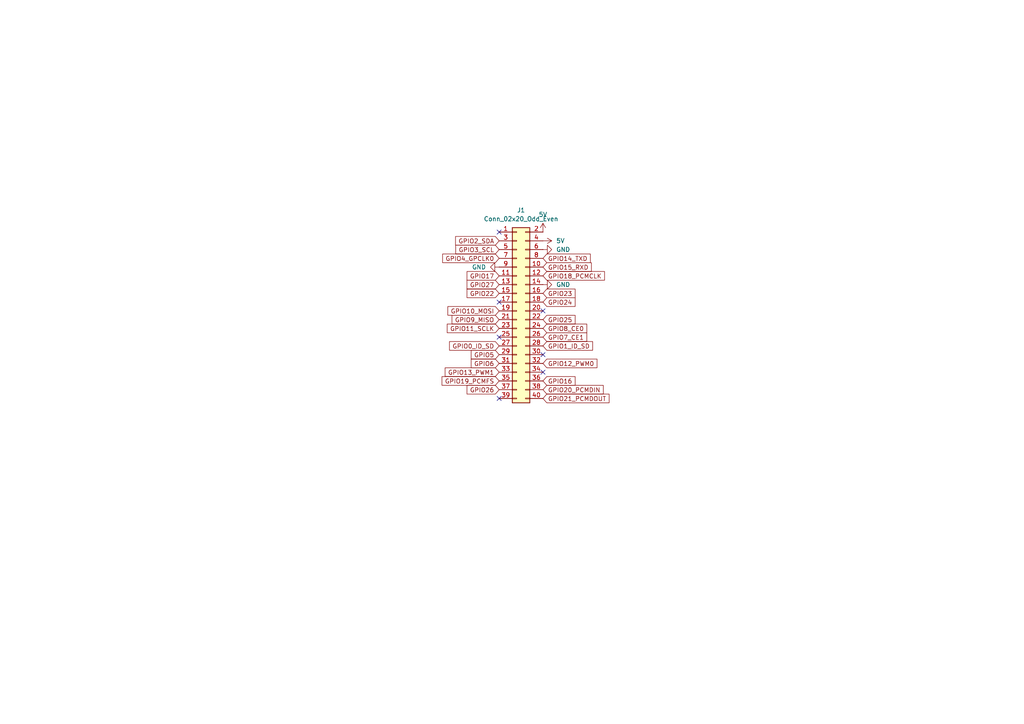
<source format=kicad_sch>
(kicad_sch
	(version 20231120)
	(generator "eeschema")
	(generator_version "8.0")
	(uuid "c645e7a0-3171-4846-a30a-5a958c024d13")
	(paper "A4")
	(lib_symbols
		(symbol "Connector_Generic:Conn_02x20_Odd_Even"
			(pin_names
				(offset 1.016) hide)
			(exclude_from_sim no)
			(in_bom yes)
			(on_board yes)
			(property "Reference" "J"
				(at 1.27 25.4 0)
				(effects
					(font
						(size 1.27 1.27)
					)
				)
			)
			(property "Value" "Conn_02x20_Odd_Even"
				(at 1.27 -27.94 0)
				(effects
					(font
						(size 1.27 1.27)
					)
				)
			)
			(property "Footprint" ""
				(at 0 0 0)
				(effects
					(font
						(size 1.27 1.27)
					)
					(hide yes)
				)
			)
			(property "Datasheet" "~"
				(at 0 0 0)
				(effects
					(font
						(size 1.27 1.27)
					)
					(hide yes)
				)
			)
			(property "Description" "Generic connector, double row, 02x20, odd/even pin numbering scheme (row 1 odd numbers, row 2 even numbers), script generated (kicad-library-utils/schlib/autogen/connector/)"
				(at 0 0 0)
				(effects
					(font
						(size 1.27 1.27)
					)
					(hide yes)
				)
			)
			(property "ki_keywords" "connector"
				(at 0 0 0)
				(effects
					(font
						(size 1.27 1.27)
					)
					(hide yes)
				)
			)
			(property "ki_fp_filters" "Connector*:*_2x??_*"
				(at 0 0 0)
				(effects
					(font
						(size 1.27 1.27)
					)
					(hide yes)
				)
			)
			(symbol "Conn_02x20_Odd_Even_1_1"
				(rectangle
					(start -1.27 -25.273)
					(end 0 -25.527)
					(stroke
						(width 0.1524)
						(type default)
					)
					(fill
						(type none)
					)
				)
				(rectangle
					(start -1.27 -22.733)
					(end 0 -22.987)
					(stroke
						(width 0.1524)
						(type default)
					)
					(fill
						(type none)
					)
				)
				(rectangle
					(start -1.27 -20.193)
					(end 0 -20.447)
					(stroke
						(width 0.1524)
						(type default)
					)
					(fill
						(type none)
					)
				)
				(rectangle
					(start -1.27 -17.653)
					(end 0 -17.907)
					(stroke
						(width 0.1524)
						(type default)
					)
					(fill
						(type none)
					)
				)
				(rectangle
					(start -1.27 -15.113)
					(end 0 -15.367)
					(stroke
						(width 0.1524)
						(type default)
					)
					(fill
						(type none)
					)
				)
				(rectangle
					(start -1.27 -12.573)
					(end 0 -12.827)
					(stroke
						(width 0.1524)
						(type default)
					)
					(fill
						(type none)
					)
				)
				(rectangle
					(start -1.27 -10.033)
					(end 0 -10.287)
					(stroke
						(width 0.1524)
						(type default)
					)
					(fill
						(type none)
					)
				)
				(rectangle
					(start -1.27 -7.493)
					(end 0 -7.747)
					(stroke
						(width 0.1524)
						(type default)
					)
					(fill
						(type none)
					)
				)
				(rectangle
					(start -1.27 -4.953)
					(end 0 -5.207)
					(stroke
						(width 0.1524)
						(type default)
					)
					(fill
						(type none)
					)
				)
				(rectangle
					(start -1.27 -2.413)
					(end 0 -2.667)
					(stroke
						(width 0.1524)
						(type default)
					)
					(fill
						(type none)
					)
				)
				(rectangle
					(start -1.27 0.127)
					(end 0 -0.127)
					(stroke
						(width 0.1524)
						(type default)
					)
					(fill
						(type none)
					)
				)
				(rectangle
					(start -1.27 2.667)
					(end 0 2.413)
					(stroke
						(width 0.1524)
						(type default)
					)
					(fill
						(type none)
					)
				)
				(rectangle
					(start -1.27 5.207)
					(end 0 4.953)
					(stroke
						(width 0.1524)
						(type default)
					)
					(fill
						(type none)
					)
				)
				(rectangle
					(start -1.27 7.747)
					(end 0 7.493)
					(stroke
						(width 0.1524)
						(type default)
					)
					(fill
						(type none)
					)
				)
				(rectangle
					(start -1.27 10.287)
					(end 0 10.033)
					(stroke
						(width 0.1524)
						(type default)
					)
					(fill
						(type none)
					)
				)
				(rectangle
					(start -1.27 12.827)
					(end 0 12.573)
					(stroke
						(width 0.1524)
						(type default)
					)
					(fill
						(type none)
					)
				)
				(rectangle
					(start -1.27 15.367)
					(end 0 15.113)
					(stroke
						(width 0.1524)
						(type default)
					)
					(fill
						(type none)
					)
				)
				(rectangle
					(start -1.27 17.907)
					(end 0 17.653)
					(stroke
						(width 0.1524)
						(type default)
					)
					(fill
						(type none)
					)
				)
				(rectangle
					(start -1.27 20.447)
					(end 0 20.193)
					(stroke
						(width 0.1524)
						(type default)
					)
					(fill
						(type none)
					)
				)
				(rectangle
					(start -1.27 22.987)
					(end 0 22.733)
					(stroke
						(width 0.1524)
						(type default)
					)
					(fill
						(type none)
					)
				)
				(rectangle
					(start -1.27 24.13)
					(end 3.81 -26.67)
					(stroke
						(width 0.254)
						(type default)
					)
					(fill
						(type background)
					)
				)
				(rectangle
					(start 3.81 -25.273)
					(end 2.54 -25.527)
					(stroke
						(width 0.1524)
						(type default)
					)
					(fill
						(type none)
					)
				)
				(rectangle
					(start 3.81 -22.733)
					(end 2.54 -22.987)
					(stroke
						(width 0.1524)
						(type default)
					)
					(fill
						(type none)
					)
				)
				(rectangle
					(start 3.81 -20.193)
					(end 2.54 -20.447)
					(stroke
						(width 0.1524)
						(type default)
					)
					(fill
						(type none)
					)
				)
				(rectangle
					(start 3.81 -17.653)
					(end 2.54 -17.907)
					(stroke
						(width 0.1524)
						(type default)
					)
					(fill
						(type none)
					)
				)
				(rectangle
					(start 3.81 -15.113)
					(end 2.54 -15.367)
					(stroke
						(width 0.1524)
						(type default)
					)
					(fill
						(type none)
					)
				)
				(rectangle
					(start 3.81 -12.573)
					(end 2.54 -12.827)
					(stroke
						(width 0.1524)
						(type default)
					)
					(fill
						(type none)
					)
				)
				(rectangle
					(start 3.81 -10.033)
					(end 2.54 -10.287)
					(stroke
						(width 0.1524)
						(type default)
					)
					(fill
						(type none)
					)
				)
				(rectangle
					(start 3.81 -7.493)
					(end 2.54 -7.747)
					(stroke
						(width 0.1524)
						(type default)
					)
					(fill
						(type none)
					)
				)
				(rectangle
					(start 3.81 -4.953)
					(end 2.54 -5.207)
					(stroke
						(width 0.1524)
						(type default)
					)
					(fill
						(type none)
					)
				)
				(rectangle
					(start 3.81 -2.413)
					(end 2.54 -2.667)
					(stroke
						(width 0.1524)
						(type default)
					)
					(fill
						(type none)
					)
				)
				(rectangle
					(start 3.81 0.127)
					(end 2.54 -0.127)
					(stroke
						(width 0.1524)
						(type default)
					)
					(fill
						(type none)
					)
				)
				(rectangle
					(start 3.81 2.667)
					(end 2.54 2.413)
					(stroke
						(width 0.1524)
						(type default)
					)
					(fill
						(type none)
					)
				)
				(rectangle
					(start 3.81 5.207)
					(end 2.54 4.953)
					(stroke
						(width 0.1524)
						(type default)
					)
					(fill
						(type none)
					)
				)
				(rectangle
					(start 3.81 7.747)
					(end 2.54 7.493)
					(stroke
						(width 0.1524)
						(type default)
					)
					(fill
						(type none)
					)
				)
				(rectangle
					(start 3.81 10.287)
					(end 2.54 10.033)
					(stroke
						(width 0.1524)
						(type default)
					)
					(fill
						(type none)
					)
				)
				(rectangle
					(start 3.81 12.827)
					(end 2.54 12.573)
					(stroke
						(width 0.1524)
						(type default)
					)
					(fill
						(type none)
					)
				)
				(rectangle
					(start 3.81 15.367)
					(end 2.54 15.113)
					(stroke
						(width 0.1524)
						(type default)
					)
					(fill
						(type none)
					)
				)
				(rectangle
					(start 3.81 17.907)
					(end 2.54 17.653)
					(stroke
						(width 0.1524)
						(type default)
					)
					(fill
						(type none)
					)
				)
				(rectangle
					(start 3.81 20.447)
					(end 2.54 20.193)
					(stroke
						(width 0.1524)
						(type default)
					)
					(fill
						(type none)
					)
				)
				(rectangle
					(start 3.81 22.987)
					(end 2.54 22.733)
					(stroke
						(width 0.1524)
						(type default)
					)
					(fill
						(type none)
					)
				)
				(pin passive line
					(at -5.08 22.86 0)
					(length 3.81)
					(name "Pin_1"
						(effects
							(font
								(size 1.27 1.27)
							)
						)
					)
					(number "1"
						(effects
							(font
								(size 1.27 1.27)
							)
						)
					)
				)
				(pin passive line
					(at 7.62 12.7 180)
					(length 3.81)
					(name "Pin_10"
						(effects
							(font
								(size 1.27 1.27)
							)
						)
					)
					(number "10"
						(effects
							(font
								(size 1.27 1.27)
							)
						)
					)
				)
				(pin passive line
					(at -5.08 10.16 0)
					(length 3.81)
					(name "Pin_11"
						(effects
							(font
								(size 1.27 1.27)
							)
						)
					)
					(number "11"
						(effects
							(font
								(size 1.27 1.27)
							)
						)
					)
				)
				(pin passive line
					(at 7.62 10.16 180)
					(length 3.81)
					(name "Pin_12"
						(effects
							(font
								(size 1.27 1.27)
							)
						)
					)
					(number "12"
						(effects
							(font
								(size 1.27 1.27)
							)
						)
					)
				)
				(pin passive line
					(at -5.08 7.62 0)
					(length 3.81)
					(name "Pin_13"
						(effects
							(font
								(size 1.27 1.27)
							)
						)
					)
					(number "13"
						(effects
							(font
								(size 1.27 1.27)
							)
						)
					)
				)
				(pin passive line
					(at 7.62 7.62 180)
					(length 3.81)
					(name "Pin_14"
						(effects
							(font
								(size 1.27 1.27)
							)
						)
					)
					(number "14"
						(effects
							(font
								(size 1.27 1.27)
							)
						)
					)
				)
				(pin passive line
					(at -5.08 5.08 0)
					(length 3.81)
					(name "Pin_15"
						(effects
							(font
								(size 1.27 1.27)
							)
						)
					)
					(number "15"
						(effects
							(font
								(size 1.27 1.27)
							)
						)
					)
				)
				(pin passive line
					(at 7.62 5.08 180)
					(length 3.81)
					(name "Pin_16"
						(effects
							(font
								(size 1.27 1.27)
							)
						)
					)
					(number "16"
						(effects
							(font
								(size 1.27 1.27)
							)
						)
					)
				)
				(pin passive line
					(at -5.08 2.54 0)
					(length 3.81)
					(name "Pin_17"
						(effects
							(font
								(size 1.27 1.27)
							)
						)
					)
					(number "17"
						(effects
							(font
								(size 1.27 1.27)
							)
						)
					)
				)
				(pin passive line
					(at 7.62 2.54 180)
					(length 3.81)
					(name "Pin_18"
						(effects
							(font
								(size 1.27 1.27)
							)
						)
					)
					(number "18"
						(effects
							(font
								(size 1.27 1.27)
							)
						)
					)
				)
				(pin passive line
					(at -5.08 0 0)
					(length 3.81)
					(name "Pin_19"
						(effects
							(font
								(size 1.27 1.27)
							)
						)
					)
					(number "19"
						(effects
							(font
								(size 1.27 1.27)
							)
						)
					)
				)
				(pin passive line
					(at 7.62 22.86 180)
					(length 3.81)
					(name "Pin_2"
						(effects
							(font
								(size 1.27 1.27)
							)
						)
					)
					(number "2"
						(effects
							(font
								(size 1.27 1.27)
							)
						)
					)
				)
				(pin passive line
					(at 7.62 0 180)
					(length 3.81)
					(name "Pin_20"
						(effects
							(font
								(size 1.27 1.27)
							)
						)
					)
					(number "20"
						(effects
							(font
								(size 1.27 1.27)
							)
						)
					)
				)
				(pin passive line
					(at -5.08 -2.54 0)
					(length 3.81)
					(name "Pin_21"
						(effects
							(font
								(size 1.27 1.27)
							)
						)
					)
					(number "21"
						(effects
							(font
								(size 1.27 1.27)
							)
						)
					)
				)
				(pin passive line
					(at 7.62 -2.54 180)
					(length 3.81)
					(name "Pin_22"
						(effects
							(font
								(size 1.27 1.27)
							)
						)
					)
					(number "22"
						(effects
							(font
								(size 1.27 1.27)
							)
						)
					)
				)
				(pin passive line
					(at -5.08 -5.08 0)
					(length 3.81)
					(name "Pin_23"
						(effects
							(font
								(size 1.27 1.27)
							)
						)
					)
					(number "23"
						(effects
							(font
								(size 1.27 1.27)
							)
						)
					)
				)
				(pin passive line
					(at 7.62 -5.08 180)
					(length 3.81)
					(name "Pin_24"
						(effects
							(font
								(size 1.27 1.27)
							)
						)
					)
					(number "24"
						(effects
							(font
								(size 1.27 1.27)
							)
						)
					)
				)
				(pin passive line
					(at -5.08 -7.62 0)
					(length 3.81)
					(name "Pin_25"
						(effects
							(font
								(size 1.27 1.27)
							)
						)
					)
					(number "25"
						(effects
							(font
								(size 1.27 1.27)
							)
						)
					)
				)
				(pin passive line
					(at 7.62 -7.62 180)
					(length 3.81)
					(name "Pin_26"
						(effects
							(font
								(size 1.27 1.27)
							)
						)
					)
					(number "26"
						(effects
							(font
								(size 1.27 1.27)
							)
						)
					)
				)
				(pin passive line
					(at -5.08 -10.16 0)
					(length 3.81)
					(name "Pin_27"
						(effects
							(font
								(size 1.27 1.27)
							)
						)
					)
					(number "27"
						(effects
							(font
								(size 1.27 1.27)
							)
						)
					)
				)
				(pin passive line
					(at 7.62 -10.16 180)
					(length 3.81)
					(name "Pin_28"
						(effects
							(font
								(size 1.27 1.27)
							)
						)
					)
					(number "28"
						(effects
							(font
								(size 1.27 1.27)
							)
						)
					)
				)
				(pin passive line
					(at -5.08 -12.7 0)
					(length 3.81)
					(name "Pin_29"
						(effects
							(font
								(size 1.27 1.27)
							)
						)
					)
					(number "29"
						(effects
							(font
								(size 1.27 1.27)
							)
						)
					)
				)
				(pin passive line
					(at -5.08 20.32 0)
					(length 3.81)
					(name "Pin_3"
						(effects
							(font
								(size 1.27 1.27)
							)
						)
					)
					(number "3"
						(effects
							(font
								(size 1.27 1.27)
							)
						)
					)
				)
				(pin passive line
					(at 7.62 -12.7 180)
					(length 3.81)
					(name "Pin_30"
						(effects
							(font
								(size 1.27 1.27)
							)
						)
					)
					(number "30"
						(effects
							(font
								(size 1.27 1.27)
							)
						)
					)
				)
				(pin passive line
					(at -5.08 -15.24 0)
					(length 3.81)
					(name "Pin_31"
						(effects
							(font
								(size 1.27 1.27)
							)
						)
					)
					(number "31"
						(effects
							(font
								(size 1.27 1.27)
							)
						)
					)
				)
				(pin passive line
					(at 7.62 -15.24 180)
					(length 3.81)
					(name "Pin_32"
						(effects
							(font
								(size 1.27 1.27)
							)
						)
					)
					(number "32"
						(effects
							(font
								(size 1.27 1.27)
							)
						)
					)
				)
				(pin passive line
					(at -5.08 -17.78 0)
					(length 3.81)
					(name "Pin_33"
						(effects
							(font
								(size 1.27 1.27)
							)
						)
					)
					(number "33"
						(effects
							(font
								(size 1.27 1.27)
							)
						)
					)
				)
				(pin passive line
					(at 7.62 -17.78 180)
					(length 3.81)
					(name "Pin_34"
						(effects
							(font
								(size 1.27 1.27)
							)
						)
					)
					(number "34"
						(effects
							(font
								(size 1.27 1.27)
							)
						)
					)
				)
				(pin passive line
					(at -5.08 -20.32 0)
					(length 3.81)
					(name "Pin_35"
						(effects
							(font
								(size 1.27 1.27)
							)
						)
					)
					(number "35"
						(effects
							(font
								(size 1.27 1.27)
							)
						)
					)
				)
				(pin passive line
					(at 7.62 -20.32 180)
					(length 3.81)
					(name "Pin_36"
						(effects
							(font
								(size 1.27 1.27)
							)
						)
					)
					(number "36"
						(effects
							(font
								(size 1.27 1.27)
							)
						)
					)
				)
				(pin passive line
					(at -5.08 -22.86 0)
					(length 3.81)
					(name "Pin_37"
						(effects
							(font
								(size 1.27 1.27)
							)
						)
					)
					(number "37"
						(effects
							(font
								(size 1.27 1.27)
							)
						)
					)
				)
				(pin passive line
					(at 7.62 -22.86 180)
					(length 3.81)
					(name "Pin_38"
						(effects
							(font
								(size 1.27 1.27)
							)
						)
					)
					(number "38"
						(effects
							(font
								(size 1.27 1.27)
							)
						)
					)
				)
				(pin passive line
					(at -5.08 -25.4 0)
					(length 3.81)
					(name "Pin_39"
						(effects
							(font
								(size 1.27 1.27)
							)
						)
					)
					(number "39"
						(effects
							(font
								(size 1.27 1.27)
							)
						)
					)
				)
				(pin passive line
					(at 7.62 20.32 180)
					(length 3.81)
					(name "Pin_4"
						(effects
							(font
								(size 1.27 1.27)
							)
						)
					)
					(number "4"
						(effects
							(font
								(size 1.27 1.27)
							)
						)
					)
				)
				(pin passive line
					(at 7.62 -25.4 180)
					(length 3.81)
					(name "Pin_40"
						(effects
							(font
								(size 1.27 1.27)
							)
						)
					)
					(number "40"
						(effects
							(font
								(size 1.27 1.27)
							)
						)
					)
				)
				(pin passive line
					(at -5.08 17.78 0)
					(length 3.81)
					(name "Pin_5"
						(effects
							(font
								(size 1.27 1.27)
							)
						)
					)
					(number "5"
						(effects
							(font
								(size 1.27 1.27)
							)
						)
					)
				)
				(pin passive line
					(at 7.62 17.78 180)
					(length 3.81)
					(name "Pin_6"
						(effects
							(font
								(size 1.27 1.27)
							)
						)
					)
					(number "6"
						(effects
							(font
								(size 1.27 1.27)
							)
						)
					)
				)
				(pin passive line
					(at -5.08 15.24 0)
					(length 3.81)
					(name "Pin_7"
						(effects
							(font
								(size 1.27 1.27)
							)
						)
					)
					(number "7"
						(effects
							(font
								(size 1.27 1.27)
							)
						)
					)
				)
				(pin passive line
					(at 7.62 15.24 180)
					(length 3.81)
					(name "Pin_8"
						(effects
							(font
								(size 1.27 1.27)
							)
						)
					)
					(number "8"
						(effects
							(font
								(size 1.27 1.27)
							)
						)
					)
				)
				(pin passive line
					(at -5.08 12.7 0)
					(length 3.81)
					(name "Pin_9"
						(effects
							(font
								(size 1.27 1.27)
							)
						)
					)
					(number "9"
						(effects
							(font
								(size 1.27 1.27)
							)
						)
					)
				)
			)
		)
		(symbol "power:GND"
			(power)
			(pin_numbers hide)
			(pin_names
				(offset 0) hide)
			(exclude_from_sim no)
			(in_bom yes)
			(on_board yes)
			(property "Reference" "#PWR"
				(at 0 -6.35 0)
				(effects
					(font
						(size 1.27 1.27)
					)
					(hide yes)
				)
			)
			(property "Value" "GND"
				(at 0 -3.81 0)
				(effects
					(font
						(size 1.27 1.27)
					)
				)
			)
			(property "Footprint" ""
				(at 0 0 0)
				(effects
					(font
						(size 1.27 1.27)
					)
					(hide yes)
				)
			)
			(property "Datasheet" ""
				(at 0 0 0)
				(effects
					(font
						(size 1.27 1.27)
					)
					(hide yes)
				)
			)
			(property "Description" "Power symbol creates a global label with name \"GND\" , ground"
				(at 0 0 0)
				(effects
					(font
						(size 1.27 1.27)
					)
					(hide yes)
				)
			)
			(property "ki_keywords" "global power"
				(at 0 0 0)
				(effects
					(font
						(size 1.27 1.27)
					)
					(hide yes)
				)
			)
			(symbol "GND_0_1"
				(polyline
					(pts
						(xy 0 0) (xy 0 -1.27) (xy 1.27 -1.27) (xy 0 -2.54) (xy -1.27 -1.27) (xy 0 -1.27)
					)
					(stroke
						(width 0)
						(type default)
					)
					(fill
						(type none)
					)
				)
			)
			(symbol "GND_1_1"
				(pin power_in line
					(at 0 0 270)
					(length 0)
					(name "~"
						(effects
							(font
								(size 1.27 1.27)
							)
						)
					)
					(number "1"
						(effects
							(font
								(size 1.27 1.27)
							)
						)
					)
				)
			)
		)
		(symbol "power:VBUS"
			(power)
			(pin_numbers hide)
			(pin_names
				(offset 0) hide)
			(exclude_from_sim no)
			(in_bom yes)
			(on_board yes)
			(property "Reference" "#PWR"
				(at 0 -3.81 0)
				(effects
					(font
						(size 1.27 1.27)
					)
					(hide yes)
				)
			)
			(property "Value" "VBUS"
				(at 0 3.556 0)
				(effects
					(font
						(size 1.27 1.27)
					)
				)
			)
			(property "Footprint" ""
				(at 0 0 0)
				(effects
					(font
						(size 1.27 1.27)
					)
					(hide yes)
				)
			)
			(property "Datasheet" ""
				(at 0 0 0)
				(effects
					(font
						(size 1.27 1.27)
					)
					(hide yes)
				)
			)
			(property "Description" "Power symbol creates a global label with name \"VBUS\""
				(at 0 0 0)
				(effects
					(font
						(size 1.27 1.27)
					)
					(hide yes)
				)
			)
			(property "ki_keywords" "global power"
				(at 0 0 0)
				(effects
					(font
						(size 1.27 1.27)
					)
					(hide yes)
				)
			)
			(symbol "VBUS_0_1"
				(polyline
					(pts
						(xy -0.762 1.27) (xy 0 2.54)
					)
					(stroke
						(width 0)
						(type default)
					)
					(fill
						(type none)
					)
				)
				(polyline
					(pts
						(xy 0 0) (xy 0 2.54)
					)
					(stroke
						(width 0)
						(type default)
					)
					(fill
						(type none)
					)
				)
				(polyline
					(pts
						(xy 0 2.54) (xy 0.762 1.27)
					)
					(stroke
						(width 0)
						(type default)
					)
					(fill
						(type none)
					)
				)
			)
			(symbol "VBUS_1_1"
				(pin power_in line
					(at 0 0 90)
					(length 0)
					(name "~"
						(effects
							(font
								(size 1.27 1.27)
							)
						)
					)
					(number "1"
						(effects
							(font
								(size 1.27 1.27)
							)
						)
					)
				)
			)
		)
	)
	(no_connect
		(at 157.48 90.17)
		(uuid "21691dbb-ffbd-491f-b736-040b32bbbff2")
	)
	(no_connect
		(at 144.78 97.79)
		(uuid "4ad3ff15-5cf2-4f52-b43b-3faeb149a8a4")
	)
	(no_connect
		(at 144.78 67.31)
		(uuid "8fc91599-7f16-477b-aedc-67e8d2e750a3")
	)
	(no_connect
		(at 157.48 107.95)
		(uuid "a8028dee-d808-440a-aaad-8c161e830255")
	)
	(no_connect
		(at 144.78 87.63)
		(uuid "ab45c7fa-0e0e-4909-a35d-6f3e5133f526")
	)
	(no_connect
		(at 157.48 102.87)
		(uuid "ddad8a10-bb30-4962-9915-b3607b30d46e")
	)
	(no_connect
		(at 144.78 115.57)
		(uuid "e882aa44-b5df-422d-b1ba-96bacfdb885f")
	)
	(global_label "GPIO7_CE1"
		(shape input)
		(at 157.48 97.79 0)
		(fields_autoplaced yes)
		(effects
			(font
				(size 1.27 1.27)
			)
			(justify left)
		)
		(uuid "0e5cabb4-0f2c-4a05-aa97-08b1005edebb")
		(property "Intersheetrefs" "${INTERSHEET_REFS}"
			(at 170.7461 97.79 0)
			(effects
				(font
					(size 1.27 1.27)
				)
				(justify left)
				(hide yes)
			)
		)
	)
	(global_label "GPIO3_SCL"
		(shape input)
		(at 144.78 72.39 180)
		(fields_autoplaced yes)
		(effects
			(font
				(size 1.27 1.27)
			)
			(justify right)
		)
		(uuid "11bc564f-459b-4465-815e-693534734464")
		(property "Intersheetrefs" "${INTERSHEET_REFS}"
			(at 131.6348 72.39 0)
			(effects
				(font
					(size 1.27 1.27)
				)
				(justify right)
				(hide yes)
			)
		)
	)
	(global_label "GPIO1_ID_SD"
		(shape input)
		(at 157.48 100.33 0)
		(fields_autoplaced yes)
		(effects
			(font
				(size 1.27 1.27)
			)
			(justify left)
		)
		(uuid "13478cd6-e00c-4d4b-925e-1b1e44098e4a")
		(property "Intersheetrefs" "${INTERSHEET_REFS}"
			(at 172.4395 100.33 0)
			(effects
				(font
					(size 1.27 1.27)
				)
				(justify left)
				(hide yes)
			)
		)
	)
	(global_label "GPIO6"
		(shape input)
		(at 144.78 105.41 180)
		(fields_autoplaced yes)
		(effects
			(font
				(size 1.27 1.27)
			)
			(justify right)
		)
		(uuid "190ff311-2235-455a-b085-ff7ca2585e25")
		(property "Intersheetrefs" "${INTERSHEET_REFS}"
			(at 136.11 105.41 0)
			(effects
				(font
					(size 1.27 1.27)
				)
				(justify right)
				(hide yes)
			)
		)
	)
	(global_label "GPIO15_RXD"
		(shape input)
		(at 157.48 77.47 0)
		(fields_autoplaced yes)
		(effects
			(font
				(size 1.27 1.27)
			)
			(justify left)
		)
		(uuid "1da8e281-c597-4d20-9642-be381a1cffdc")
		(property "Intersheetrefs" "${INTERSHEET_REFS}"
			(at 172.0766 77.47 0)
			(effects
				(font
					(size 1.27 1.27)
				)
				(justify left)
				(hide yes)
			)
		)
	)
	(global_label "GPIO19_PCMFS"
		(shape input)
		(at 144.78 110.49 180)
		(fields_autoplaced yes)
		(effects
			(font
				(size 1.27 1.27)
			)
			(justify right)
		)
		(uuid "2f04ef06-9535-49aa-9092-d297a58b0cba")
		(property "Intersheetrefs" "${INTERSHEET_REFS}"
			(at 127.6434 110.49 0)
			(effects
				(font
					(size 1.27 1.27)
				)
				(justify right)
				(hide yes)
			)
		)
	)
	(global_label "GPIO2_SDA"
		(shape input)
		(at 144.78 69.85 180)
		(fields_autoplaced yes)
		(effects
			(font
				(size 1.27 1.27)
			)
			(justify right)
		)
		(uuid "4ce95222-7601-4aa8-9f4b-b5fb22dad9d1")
		(property "Intersheetrefs" "${INTERSHEET_REFS}"
			(at 131.5743 69.85 0)
			(effects
				(font
					(size 1.27 1.27)
				)
				(justify right)
				(hide yes)
			)
		)
	)
	(global_label "GPIO13_PWM1"
		(shape input)
		(at 144.78 107.95 180)
		(fields_autoplaced yes)
		(effects
			(font
				(size 1.27 1.27)
			)
			(justify right)
		)
		(uuid "6a59bfba-3970-4e40-bc7e-c4922d15fdf2")
		(property "Intersheetrefs" "${INTERSHEET_REFS}"
			(at 128.5506 107.95 0)
			(effects
				(font
					(size 1.27 1.27)
				)
				(justify right)
				(hide yes)
			)
		)
	)
	(global_label "GPIO8_CE0"
		(shape input)
		(at 157.48 95.25 0)
		(fields_autoplaced yes)
		(effects
			(font
				(size 1.27 1.27)
			)
			(justify left)
		)
		(uuid "6aff0997-206e-4fdc-9cc3-7dc8aab9e58a")
		(property "Intersheetrefs" "${INTERSHEET_REFS}"
			(at 170.7461 95.25 0)
			(effects
				(font
					(size 1.27 1.27)
				)
				(justify left)
				(hide yes)
			)
		)
	)
	(global_label "GPIO11_SCLK"
		(shape input)
		(at 144.78 95.25 180)
		(fields_autoplaced yes)
		(effects
			(font
				(size 1.27 1.27)
			)
			(justify right)
		)
		(uuid "73a9a5e0-8e45-4492-8e4a-b66e09f28b45")
		(property "Intersheetrefs" "${INTERSHEET_REFS}"
			(at 129.1553 95.25 0)
			(effects
				(font
					(size 1.27 1.27)
				)
				(justify right)
				(hide yes)
			)
		)
	)
	(global_label "GPIO23"
		(shape input)
		(at 157.48 85.09 0)
		(fields_autoplaced yes)
		(effects
			(font
				(size 1.27 1.27)
			)
			(justify left)
		)
		(uuid "73fecf2c-7753-443f-af36-48271a7ba786")
		(property "Intersheetrefs" "${INTERSHEET_REFS}"
			(at 167.3595 85.09 0)
			(effects
				(font
					(size 1.27 1.27)
				)
				(justify left)
				(hide yes)
			)
		)
	)
	(global_label "GPIO25"
		(shape input)
		(at 157.48 92.71 0)
		(fields_autoplaced yes)
		(effects
			(font
				(size 1.27 1.27)
			)
			(justify left)
		)
		(uuid "799b24d0-777f-4e96-ab8a-b7a0128ce437")
		(property "Intersheetrefs" "${INTERSHEET_REFS}"
			(at 167.3595 92.71 0)
			(effects
				(font
					(size 1.27 1.27)
				)
				(justify left)
				(hide yes)
			)
		)
	)
	(global_label "GPIO10_MOSI"
		(shape input)
		(at 144.78 90.17 180)
		(fields_autoplaced yes)
		(effects
			(font
				(size 1.27 1.27)
			)
			(justify right)
		)
		(uuid "7af179ad-041f-48fc-89ba-40428396a9eb")
		(property "Intersheetrefs" "${INTERSHEET_REFS}"
			(at 129.3367 90.17 0)
			(effects
				(font
					(size 1.27 1.27)
				)
				(justify right)
				(hide yes)
			)
		)
	)
	(global_label "GPIO20_PCMDIN"
		(shape input)
		(at 157.48 113.03 0)
		(fields_autoplaced yes)
		(effects
			(font
				(size 1.27 1.27)
			)
			(justify left)
		)
		(uuid "7fe100fe-0fbc-47cd-b1b8-47bb955d10db")
		(property "Intersheetrefs" "${INTERSHEET_REFS}"
			(at 175.5238 113.03 0)
			(effects
				(font
					(size 1.27 1.27)
				)
				(justify left)
				(hide yes)
			)
		)
	)
	(global_label "GPIO21_PCMDOUT"
		(shape input)
		(at 157.48 115.57 0)
		(fields_autoplaced yes)
		(effects
			(font
				(size 1.27 1.27)
			)
			(justify left)
		)
		(uuid "80dad592-e429-4dff-bb55-6c6222b84a30")
		(property "Intersheetrefs" "${INTERSHEET_REFS}"
			(at 177.2171 115.57 0)
			(effects
				(font
					(size 1.27 1.27)
				)
				(justify left)
				(hide yes)
			)
		)
	)
	(global_label "GPIO24"
		(shape input)
		(at 157.48 87.63 0)
		(fields_autoplaced yes)
		(effects
			(font
				(size 1.27 1.27)
			)
			(justify left)
		)
		(uuid "8149e8f3-e542-4bd5-a9f7-b6b0f4593c58")
		(property "Intersheetrefs" "${INTERSHEET_REFS}"
			(at 167.3595 87.63 0)
			(effects
				(font
					(size 1.27 1.27)
				)
				(justify left)
				(hide yes)
			)
		)
	)
	(global_label "GPIO22"
		(shape input)
		(at 144.78 85.09 180)
		(fields_autoplaced yes)
		(effects
			(font
				(size 1.27 1.27)
			)
			(justify right)
		)
		(uuid "898fad96-dd04-41e3-ab73-facc6b31ec49")
		(property "Intersheetrefs" "${INTERSHEET_REFS}"
			(at 134.9005 85.09 0)
			(effects
				(font
					(size 1.27 1.27)
				)
				(justify right)
				(hide yes)
			)
		)
	)
	(global_label "GPIO26"
		(shape input)
		(at 144.78 113.03 180)
		(fields_autoplaced yes)
		(effects
			(font
				(size 1.27 1.27)
			)
			(justify right)
		)
		(uuid "8ce22a0f-ebb1-4fdb-ba1e-0b826d4f505f")
		(property "Intersheetrefs" "${INTERSHEET_REFS}"
			(at 134.9005 113.03 0)
			(effects
				(font
					(size 1.27 1.27)
				)
				(justify right)
				(hide yes)
			)
		)
	)
	(global_label "GPIO12_PWM0"
		(shape input)
		(at 157.48 105.41 0)
		(fields_autoplaced yes)
		(effects
			(font
				(size 1.27 1.27)
			)
			(justify left)
		)
		(uuid "967fb402-73e7-4ff7-b69e-fdc23cd3608c")
		(property "Intersheetrefs" "${INTERSHEET_REFS}"
			(at 173.7094 105.41 0)
			(effects
				(font
					(size 1.27 1.27)
				)
				(justify left)
				(hide yes)
			)
		)
	)
	(global_label "GPIO27"
		(shape input)
		(at 144.78 82.55 180)
		(fields_autoplaced yes)
		(effects
			(font
				(size 1.27 1.27)
			)
			(justify right)
		)
		(uuid "99e6e038-b85f-44f8-b0ef-d292b25da7a1")
		(property "Intersheetrefs" "${INTERSHEET_REFS}"
			(at 134.9005 82.55 0)
			(effects
				(font
					(size 1.27 1.27)
				)
				(justify right)
				(hide yes)
			)
		)
	)
	(global_label "GPIO18_PCMCLK"
		(shape input)
		(at 157.48 80.01 0)
		(fields_autoplaced yes)
		(effects
			(font
				(size 1.27 1.27)
			)
			(justify left)
		)
		(uuid "bce5a1d4-af16-4282-bbd2-b52ae4ffc180")
		(property "Intersheetrefs" "${INTERSHEET_REFS}"
			(at 175.8866 80.01 0)
			(effects
				(font
					(size 1.27 1.27)
				)
				(justify left)
				(hide yes)
			)
		)
	)
	(global_label "GPIO17"
		(shape input)
		(at 144.78 80.01 180)
		(fields_autoplaced yes)
		(effects
			(font
				(size 1.27 1.27)
			)
			(justify right)
		)
		(uuid "c25ba686-d4ec-490c-b816-6c3bfc47c5cf")
		(property "Intersheetrefs" "${INTERSHEET_REFS}"
			(at 134.9005 80.01 0)
			(effects
				(font
					(size 1.27 1.27)
				)
				(justify right)
				(hide yes)
			)
		)
	)
	(global_label "GPIO14_TXD"
		(shape input)
		(at 157.48 74.93 0)
		(fields_autoplaced yes)
		(effects
			(font
				(size 1.27 1.27)
			)
			(justify left)
		)
		(uuid "c5285f85-742c-4fe4-adb5-02629670979b")
		(property "Intersheetrefs" "${INTERSHEET_REFS}"
			(at 171.7742 74.93 0)
			(effects
				(font
					(size 1.27 1.27)
				)
				(justify left)
				(hide yes)
			)
		)
	)
	(global_label "GPIO9_MISO"
		(shape input)
		(at 144.78 92.71 180)
		(fields_autoplaced yes)
		(effects
			(font
				(size 1.27 1.27)
			)
			(justify right)
		)
		(uuid "c7c06a9c-f034-466d-b22d-e2de04bb6d7c")
		(property "Intersheetrefs" "${INTERSHEET_REFS}"
			(at 130.5462 92.71 0)
			(effects
				(font
					(size 1.27 1.27)
				)
				(justify right)
				(hide yes)
			)
		)
	)
	(global_label "GPIO16"
		(shape input)
		(at 157.48 110.49 0)
		(fields_autoplaced yes)
		(effects
			(font
				(size 1.27 1.27)
			)
			(justify left)
		)
		(uuid "c8be27d2-6bf7-4562-b1f0-1006dff45b95")
		(property "Intersheetrefs" "${INTERSHEET_REFS}"
			(at 167.3595 110.49 0)
			(effects
				(font
					(size 1.27 1.27)
				)
				(justify left)
				(hide yes)
			)
		)
	)
	(global_label "GPIO5"
		(shape input)
		(at 144.78 102.87 180)
		(fields_autoplaced yes)
		(effects
			(font
				(size 1.27 1.27)
			)
			(justify right)
		)
		(uuid "d3af4f96-9e4e-42c2-969f-f2639367145a")
		(property "Intersheetrefs" "${INTERSHEET_REFS}"
			(at 136.11 102.87 0)
			(effects
				(font
					(size 1.27 1.27)
				)
				(justify right)
				(hide yes)
			)
		)
	)
	(global_label "GPIO0_ID_SD"
		(shape input)
		(at 144.78 100.33 180)
		(fields_autoplaced yes)
		(effects
			(font
				(size 1.27 1.27)
			)
			(justify right)
		)
		(uuid "d57c3b2b-f0ca-416d-8f16-1301df779028")
		(property "Intersheetrefs" "${INTERSHEET_REFS}"
			(at 129.8205 100.33 0)
			(effects
				(font
					(size 1.27 1.27)
				)
				(justify right)
				(hide yes)
			)
		)
	)
	(global_label "GPIO4_GPCLK0"
		(shape input)
		(at 144.78 74.93 180)
		(fields_autoplaced yes)
		(effects
			(font
				(size 1.27 1.27)
			)
			(justify right)
		)
		(uuid "ed772931-c8a2-435c-8695-fbc2c825e875")
		(property "Intersheetrefs" "${INTERSHEET_REFS}"
			(at 127.8248 74.93 0)
			(effects
				(font
					(size 1.27 1.27)
				)
				(justify right)
				(hide yes)
			)
		)
	)
	(symbol
		(lib_id "Connector_Generic:Conn_02x20_Odd_Even")
		(at 149.86 90.17 0)
		(unit 1)
		(exclude_from_sim no)
		(in_bom yes)
		(on_board yes)
		(dnp no)
		(fields_autoplaced yes)
		(uuid "6266e6b3-aab2-40a4-a4a3-3abafcc0605c")
		(property "Reference" "J1"
			(at 151.13 60.96 0)
			(effects
				(font
					(size 1.27 1.27)
				)
			)
		)
		(property "Value" "Conn_02x20_Odd_Even"
			(at 151.13 63.5 0)
			(effects
				(font
					(size 1.27 1.27)
				)
			)
		)
		(property "Footprint" "Connector_PinSocket_2.54mm:PinSocket_2x20_P2.54mm_Vertical"
			(at 149.86 90.17 0)
			(effects
				(font
					(size 1.27 1.27)
				)
				(hide yes)
			)
		)
		(property "Datasheet" "~"
			(at 149.86 90.17 0)
			(effects
				(font
					(size 1.27 1.27)
				)
				(hide yes)
			)
		)
		(property "Description" "Generic connector, double row, 02x20, odd/even pin numbering scheme (row 1 odd numbers, row 2 even numbers), script generated (kicad-library-utils/schlib/autogen/connector/)"
			(at 149.86 90.17 0)
			(effects
				(font
					(size 1.27 1.27)
				)
				(hide yes)
			)
		)
		(pin "12"
			(uuid "e39c6650-76f8-4ee3-af89-78f6836427d7")
		)
		(pin "13"
			(uuid "b7733d41-e301-4bb6-89f4-eb71cb3cd0fe")
		)
		(pin "14"
			(uuid "ccedf116-2ff1-4611-aef1-d068b4e115b8")
		)
		(pin "30"
			(uuid "7d00331f-2f43-4951-83c9-fd65b21ad6ad")
		)
		(pin "32"
			(uuid "92fa0f09-8797-4637-80bc-2c6cf2fb8a3d")
		)
		(pin "33"
			(uuid "8c54eec6-b441-4cab-b62e-8e6815219120")
		)
		(pin "35"
			(uuid "08eef657-fe55-452a-ae10-cde17005df8e")
		)
		(pin "23"
			(uuid "85d3337f-e64c-487a-af73-1b842e4161e3")
		)
		(pin "36"
			(uuid "50988149-e0d5-4787-8fe3-ece22288c4a0")
		)
		(pin "26"
			(uuid "13d50efc-11fb-4c11-bc8b-139cb00ac08a")
		)
		(pin "38"
			(uuid "ed37a348-e72e-493d-8bf8-03373d7377cb")
		)
		(pin "39"
			(uuid "489a70ad-37fd-4f40-890b-99ee9c11a331")
		)
		(pin "4"
			(uuid "e915787f-a324-437a-9526-0b2984a03840")
		)
		(pin "40"
			(uuid "0d5f0d1d-076b-43c4-b6f4-0c60407a6d7b")
		)
		(pin "21"
			(uuid "fdebbadf-9bc9-46d0-9f8f-81380bf039b2")
		)
		(pin "5"
			(uuid "6f4fda32-aa76-4408-a9dc-b3cf536651d4")
		)
		(pin "1"
			(uuid "e2f1e224-528b-4673-967a-2d22cec20f2b")
		)
		(pin "34"
			(uuid "8010c468-832f-4e55-94ec-daba0d1c88fd")
		)
		(pin "37"
			(uuid "c708cc4a-b3ae-4482-be6f-a8afa99fd49d")
		)
		(pin "6"
			(uuid "46986d8c-7149-43c1-a015-703fe95708d4")
		)
		(pin "7"
			(uuid "fd8752a9-6093-4833-94bf-3b59c9e0c8a1")
		)
		(pin "18"
			(uuid "3f26f7a1-da4f-4a78-9ee1-12ff564f36d0")
		)
		(pin "15"
			(uuid "e290e9d3-6b04-4fb8-b56b-8d553bd42bad")
		)
		(pin "19"
			(uuid "cd886bf7-6216-4307-a0f5-cccbc510112b")
		)
		(pin "25"
			(uuid "b23723ee-199c-4bfb-95ed-da6dbe7ce0c7")
		)
		(pin "11"
			(uuid "c2e54bf7-12e9-4f10-b518-67fa25f749a7")
		)
		(pin "27"
			(uuid "fd622e97-678d-4736-b534-33a100cc9da5")
		)
		(pin "2"
			(uuid "3ad5185e-728e-4b53-a194-400991d6371e")
		)
		(pin "24"
			(uuid "7876d308-4d6b-4811-a5b8-036bae886181")
		)
		(pin "29"
			(uuid "85f42546-3631-4ce8-8b74-d270fdae64da")
		)
		(pin "31"
			(uuid "a0c67578-e0ef-441a-a969-fe75e036159d")
		)
		(pin "20"
			(uuid "0a108e01-9e8a-4984-b96b-69f90040abce")
		)
		(pin "3"
			(uuid "d2e20f2a-943c-4c59-b210-63468432aedf")
		)
		(pin "17"
			(uuid "ce583e24-79b1-40bd-a0a4-cbb6f2c87d78")
		)
		(pin "22"
			(uuid "0952c10d-ff6d-42e0-ac99-6522c49e0ed0")
		)
		(pin "10"
			(uuid "c36b9669-7d63-4ef5-9236-5a0527ae548c")
		)
		(pin "28"
			(uuid "87f02fd2-85bb-4975-818e-b6843c2e0823")
		)
		(pin "16"
			(uuid "17abb4a0-78d3-4ff5-9632-18134c1bf047")
		)
		(pin "9"
			(uuid "4a7f53dd-2248-4737-aa8c-6bc81c900991")
		)
		(pin "8"
			(uuid "fb307793-494f-4d38-9cc4-64402115980f")
		)
		(instances
			(project "test1"
				(path "/6efb9aa2-c304-47cb-bf47-2a5d20e826bc/ac8eed5a-b2d4-46c3-bdbf-5a3e44fdfc1c"
					(reference "J1")
					(unit 1)
				)
			)
		)
	)
	(symbol
		(lib_id "power:VBUS")
		(at 157.48 69.85 270)
		(unit 1)
		(exclude_from_sim no)
		(in_bom yes)
		(on_board yes)
		(dnp no)
		(fields_autoplaced yes)
		(uuid "80eae317-927b-46ba-8e77-5cbad28527ba")
		(property "Reference" "#PWR042"
			(at 153.67 69.85 0)
			(effects
				(font
					(size 1.27 1.27)
				)
				(hide yes)
			)
		)
		(property "Value" "5V"
			(at 161.29 69.8499 90)
			(effects
				(font
					(size 1.27 1.27)
				)
				(justify left)
			)
		)
		(property "Footprint" ""
			(at 157.48 69.85 0)
			(effects
				(font
					(size 1.27 1.27)
				)
				(hide yes)
			)
		)
		(property "Datasheet" ""
			(at 157.48 69.85 0)
			(effects
				(font
					(size 1.27 1.27)
				)
				(hide yes)
			)
		)
		(property "Description" "Power symbol creates a global label with name \"VBUS\""
			(at 157.48 69.85 0)
			(effects
				(font
					(size 1.27 1.27)
				)
				(hide yes)
			)
		)
		(pin "1"
			(uuid "35c3eacd-07e6-4754-ba37-db238f413fc3")
		)
		(instances
			(project "test1"
				(path "/6efb9aa2-c304-47cb-bf47-2a5d20e826bc/ac8eed5a-b2d4-46c3-bdbf-5a3e44fdfc1c"
					(reference "#PWR042")
					(unit 1)
				)
			)
		)
	)
	(symbol
		(lib_id "power:GND")
		(at 157.48 72.39 90)
		(unit 1)
		(exclude_from_sim no)
		(in_bom yes)
		(on_board yes)
		(dnp no)
		(fields_autoplaced yes)
		(uuid "8d91ae64-921c-4cd9-9daf-b5f4ad62e71f")
		(property "Reference" "#PWR043"
			(at 163.83 72.39 0)
			(effects
				(font
					(size 1.27 1.27)
				)
				(hide yes)
			)
		)
		(property "Value" "GND"
			(at 161.29 72.3899 90)
			(effects
				(font
					(size 1.27 1.27)
				)
				(justify right)
			)
		)
		(property "Footprint" ""
			(at 157.48 72.39 0)
			(effects
				(font
					(size 1.27 1.27)
				)
				(hide yes)
			)
		)
		(property "Datasheet" ""
			(at 157.48 72.39 0)
			(effects
				(font
					(size 1.27 1.27)
				)
				(hide yes)
			)
		)
		(property "Description" "Power symbol creates a global label with name \"GND\" , ground"
			(at 157.48 72.39 0)
			(effects
				(font
					(size 1.27 1.27)
				)
				(hide yes)
			)
		)
		(pin "1"
			(uuid "0b3021a9-2425-464f-8260-d4109647fb98")
		)
		(instances
			(project ""
				(path "/6efb9aa2-c304-47cb-bf47-2a5d20e826bc/ac8eed5a-b2d4-46c3-bdbf-5a3e44fdfc1c"
					(reference "#PWR043")
					(unit 1)
				)
			)
		)
	)
	(symbol
		(lib_id "power:GND")
		(at 157.48 82.55 90)
		(unit 1)
		(exclude_from_sim no)
		(in_bom yes)
		(on_board yes)
		(dnp no)
		(fields_autoplaced yes)
		(uuid "e56e4aa7-77cf-40b8-90df-8d2e081c4e6d")
		(property "Reference" "#PWR044"
			(at 163.83 82.55 0)
			(effects
				(font
					(size 1.27 1.27)
				)
				(hide yes)
			)
		)
		(property "Value" "GND"
			(at 161.29 82.5499 90)
			(effects
				(font
					(size 1.27 1.27)
				)
				(justify right)
			)
		)
		(property "Footprint" ""
			(at 157.48 82.55 0)
			(effects
				(font
					(size 1.27 1.27)
				)
				(hide yes)
			)
		)
		(property "Datasheet" ""
			(at 157.48 82.55 0)
			(effects
				(font
					(size 1.27 1.27)
				)
				(hide yes)
			)
		)
		(property "Description" "Power symbol creates a global label with name \"GND\" , ground"
			(at 157.48 82.55 0)
			(effects
				(font
					(size 1.27 1.27)
				)
				(hide yes)
			)
		)
		(pin "1"
			(uuid "31489f9b-3f32-462e-80e9-063249487791")
		)
		(instances
			(project ""
				(path "/6efb9aa2-c304-47cb-bf47-2a5d20e826bc/ac8eed5a-b2d4-46c3-bdbf-5a3e44fdfc1c"
					(reference "#PWR044")
					(unit 1)
				)
			)
		)
	)
	(symbol
		(lib_id "power:GND")
		(at 144.78 77.47 270)
		(unit 1)
		(exclude_from_sim no)
		(in_bom yes)
		(on_board yes)
		(dnp no)
		(fields_autoplaced yes)
		(uuid "ee86ef72-d9fc-4ec3-b18d-78d8408bc581")
		(property "Reference" "#PWR045"
			(at 138.43 77.47 0)
			(effects
				(font
					(size 1.27 1.27)
				)
				(hide yes)
			)
		)
		(property "Value" "GND"
			(at 140.97 77.4699 90)
			(effects
				(font
					(size 1.27 1.27)
				)
				(justify right)
			)
		)
		(property "Footprint" ""
			(at 144.78 77.47 0)
			(effects
				(font
					(size 1.27 1.27)
				)
				(hide yes)
			)
		)
		(property "Datasheet" ""
			(at 144.78 77.47 0)
			(effects
				(font
					(size 1.27 1.27)
				)
				(hide yes)
			)
		)
		(property "Description" "Power symbol creates a global label with name \"GND\" , ground"
			(at 144.78 77.47 0)
			(effects
				(font
					(size 1.27 1.27)
				)
				(hide yes)
			)
		)
		(pin "1"
			(uuid "2a798e65-7f1a-4416-abd6-869846af16b2")
		)
		(instances
			(project ""
				(path "/6efb9aa2-c304-47cb-bf47-2a5d20e826bc/ac8eed5a-b2d4-46c3-bdbf-5a3e44fdfc1c"
					(reference "#PWR045")
					(unit 1)
				)
			)
		)
	)
	(symbol
		(lib_id "power:VBUS")
		(at 157.48 67.31 0)
		(unit 1)
		(exclude_from_sim no)
		(in_bom yes)
		(on_board yes)
		(dnp no)
		(fields_autoplaced yes)
		(uuid "f368ef11-84b7-4815-ad93-93f140c7617a")
		(property "Reference" "#PWR041"
			(at 157.48 71.12 0)
			(effects
				(font
					(size 1.27 1.27)
				)
				(hide yes)
			)
		)
		(property "Value" "5V"
			(at 157.48 62.23 0)
			(effects
				(font
					(size 1.27 1.27)
				)
			)
		)
		(property "Footprint" ""
			(at 157.48 67.31 0)
			(effects
				(font
					(size 1.27 1.27)
				)
				(hide yes)
			)
		)
		(property "Datasheet" ""
			(at 157.48 67.31 0)
			(effects
				(font
					(size 1.27 1.27)
				)
				(hide yes)
			)
		)
		(property "Description" "Power symbol creates a global label with name \"VBUS\""
			(at 157.48 67.31 0)
			(effects
				(font
					(size 1.27 1.27)
				)
				(hide yes)
			)
		)
		(pin "1"
			(uuid "1af9d992-3fa4-4d03-9546-54bc346692b2")
		)
		(instances
			(project "test1"
				(path "/6efb9aa2-c304-47cb-bf47-2a5d20e826bc/ac8eed5a-b2d4-46c3-bdbf-5a3e44fdfc1c"
					(reference "#PWR041")
					(unit 1)
				)
			)
		)
	)
)

</source>
